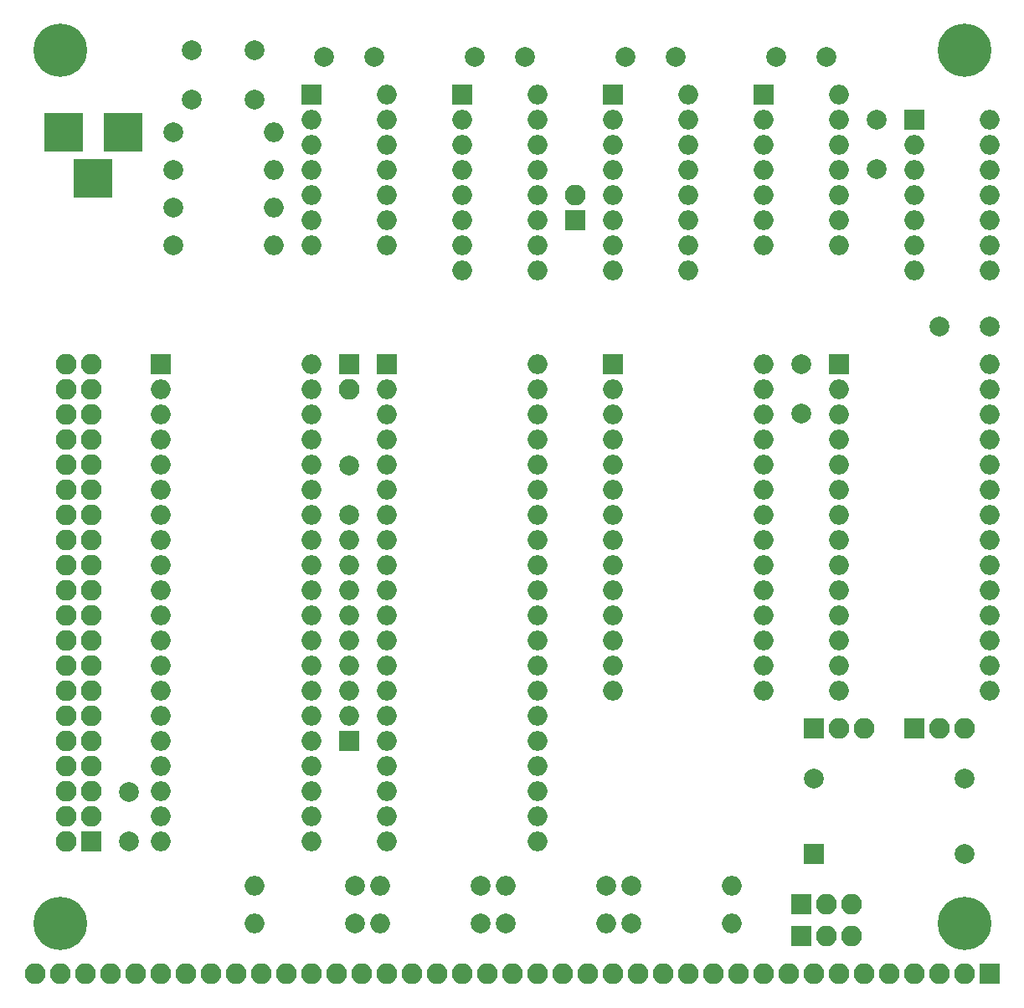
<source format=gts>
G04 #@! TF.FileFunction,Soldermask,Top*
%FSLAX46Y46*%
G04 Gerber Fmt 4.6, Leading zero omitted, Abs format (unit mm)*
G04 Created by KiCad (PCBNEW 4.0.7) date 09/08/19 13:10:50*
%MOMM*%
%LPD*%
G01*
G04 APERTURE LIST*
%ADD10C,0.100000*%
%ADD11R,2.100000X2.100000*%
%ADD12O,2.100000X2.100000*%
%ADD13R,3.900000X3.900000*%
%ADD14C,5.400000*%
%ADD15C,2.000000*%
%ADD16O,2.000000X2.000000*%
%ADD17R,2.000000X2.000000*%
G04 APERTURE END LIST*
D10*
D11*
X198120000Y-145415000D03*
D12*
X195580000Y-145415000D03*
X193040000Y-145415000D03*
X190500000Y-145415000D03*
X187960000Y-145415000D03*
X185420000Y-145415000D03*
X182880000Y-145415000D03*
X180340000Y-145415000D03*
X177800000Y-145415000D03*
X175260000Y-145415000D03*
X172720000Y-145415000D03*
X170180000Y-145415000D03*
X167640000Y-145415000D03*
X165100000Y-145415000D03*
X162560000Y-145415000D03*
X160020000Y-145415000D03*
X157480000Y-145415000D03*
X154940000Y-145415000D03*
X152400000Y-145415000D03*
X149860000Y-145415000D03*
X147320000Y-145415000D03*
X144780000Y-145415000D03*
X142240000Y-145415000D03*
X139700000Y-145415000D03*
X137160000Y-145415000D03*
X134620000Y-145415000D03*
X132080000Y-145415000D03*
X129540000Y-145415000D03*
X127000000Y-145415000D03*
X124460000Y-145415000D03*
X121920000Y-145415000D03*
X119380000Y-145415000D03*
X116840000Y-145415000D03*
X114300000Y-145415000D03*
X111760000Y-145415000D03*
X109220000Y-145415000D03*
X106680000Y-145415000D03*
X104140000Y-145415000D03*
X101600000Y-145415000D03*
D11*
X107315000Y-132080000D03*
D12*
X104775000Y-132080000D03*
X107315000Y-129540000D03*
X104775000Y-129540000D03*
X107315000Y-127000000D03*
X104775000Y-127000000D03*
X107315000Y-124460000D03*
X104775000Y-124460000D03*
X107315000Y-121920000D03*
X104775000Y-121920000D03*
X107315000Y-119380000D03*
X104775000Y-119380000D03*
X107315000Y-116840000D03*
X104775000Y-116840000D03*
X107315000Y-114300000D03*
X104775000Y-114300000D03*
X107315000Y-111760000D03*
X104775000Y-111760000D03*
X107315000Y-109220000D03*
X104775000Y-109220000D03*
X107315000Y-106680000D03*
X104775000Y-106680000D03*
X107315000Y-104140000D03*
X104775000Y-104140000D03*
X107315000Y-101600000D03*
X104775000Y-101600000D03*
X107315000Y-99060000D03*
X104775000Y-99060000D03*
X107315000Y-96520000D03*
X104775000Y-96520000D03*
X107315000Y-93980000D03*
X104775000Y-93980000D03*
X107315000Y-91440000D03*
X104775000Y-91440000D03*
X107315000Y-88900000D03*
X104775000Y-88900000D03*
X107315000Y-86360000D03*
X104775000Y-86360000D03*
X107315000Y-83820000D03*
X104775000Y-83820000D03*
D13*
X110490000Y-60325000D03*
X104490000Y-60325000D03*
X107490000Y-65025000D03*
D14*
X104140000Y-140335000D03*
X195580000Y-140335000D03*
X195580000Y-52070000D03*
X104140000Y-52070000D03*
D15*
X133350000Y-99060000D03*
X133350000Y-94060000D03*
X179070000Y-83820000D03*
X179070000Y-88820000D03*
X198120000Y-80010000D03*
X193120000Y-80010000D03*
X111125000Y-132080000D03*
X111125000Y-127080000D03*
X181610000Y-52705000D03*
X176610000Y-52705000D03*
X135890000Y-52705000D03*
X130890000Y-52705000D03*
X151130000Y-52705000D03*
X146130000Y-52705000D03*
X166370000Y-52705000D03*
X161370000Y-52705000D03*
X186690000Y-59055000D03*
X186690000Y-64055000D03*
X123825000Y-52070000D03*
X123825000Y-57070000D03*
X117475000Y-52070000D03*
X117475000Y-57070000D03*
D11*
X133350000Y-83820000D03*
D12*
X133350000Y-86360000D03*
D11*
X156210000Y-69215000D03*
D12*
X156210000Y-66675000D03*
D15*
X133985000Y-140335000D03*
D16*
X123825000Y-140335000D03*
D15*
X146685000Y-140335000D03*
D16*
X136525000Y-140335000D03*
D15*
X133985000Y-136525000D03*
D16*
X123825000Y-136525000D03*
D15*
X161925000Y-136525000D03*
D16*
X172085000Y-136525000D03*
D15*
X159385000Y-136525000D03*
D16*
X149225000Y-136525000D03*
D15*
X146685000Y-136525000D03*
D16*
X136525000Y-136525000D03*
D15*
X149225000Y-140335000D03*
D16*
X159385000Y-140335000D03*
D15*
X161925000Y-140335000D03*
D16*
X172085000Y-140335000D03*
D15*
X115570000Y-67945000D03*
D16*
X125730000Y-67945000D03*
D15*
X115570000Y-64135000D03*
D16*
X125730000Y-64135000D03*
D15*
X115570000Y-71755000D03*
D16*
X125730000Y-71755000D03*
D15*
X115570000Y-60325000D03*
D16*
X125730000Y-60325000D03*
D17*
X137160000Y-83820000D03*
D16*
X152400000Y-132080000D03*
X137160000Y-86360000D03*
X152400000Y-129540000D03*
X137160000Y-88900000D03*
X152400000Y-127000000D03*
X137160000Y-91440000D03*
X152400000Y-124460000D03*
X137160000Y-93980000D03*
X152400000Y-121920000D03*
X137160000Y-96520000D03*
X152400000Y-119380000D03*
X137160000Y-99060000D03*
X152400000Y-116840000D03*
X137160000Y-101600000D03*
X152400000Y-114300000D03*
X137160000Y-104140000D03*
X152400000Y-111760000D03*
X137160000Y-106680000D03*
X152400000Y-109220000D03*
X137160000Y-109220000D03*
X152400000Y-106680000D03*
X137160000Y-111760000D03*
X152400000Y-104140000D03*
X137160000Y-114300000D03*
X152400000Y-101600000D03*
X137160000Y-116840000D03*
X152400000Y-99060000D03*
X137160000Y-119380000D03*
X152400000Y-96520000D03*
X137160000Y-121920000D03*
X152400000Y-93980000D03*
X137160000Y-124460000D03*
X152400000Y-91440000D03*
X137160000Y-127000000D03*
X152400000Y-88900000D03*
X137160000Y-129540000D03*
X152400000Y-86360000D03*
X137160000Y-132080000D03*
X152400000Y-83820000D03*
D17*
X114300000Y-83820000D03*
D16*
X129540000Y-132080000D03*
X114300000Y-86360000D03*
X129540000Y-129540000D03*
X114300000Y-88900000D03*
X129540000Y-127000000D03*
X114300000Y-91440000D03*
X129540000Y-124460000D03*
X114300000Y-93980000D03*
X129540000Y-121920000D03*
X114300000Y-96520000D03*
X129540000Y-119380000D03*
X114300000Y-99060000D03*
X129540000Y-116840000D03*
X114300000Y-101600000D03*
X129540000Y-114300000D03*
X114300000Y-104140000D03*
X129540000Y-111760000D03*
X114300000Y-106680000D03*
X129540000Y-109220000D03*
X114300000Y-109220000D03*
X129540000Y-106680000D03*
X114300000Y-111760000D03*
X129540000Y-104140000D03*
X114300000Y-114300000D03*
X129540000Y-101600000D03*
X114300000Y-116840000D03*
X129540000Y-99060000D03*
X114300000Y-119380000D03*
X129540000Y-96520000D03*
X114300000Y-121920000D03*
X129540000Y-93980000D03*
X114300000Y-124460000D03*
X129540000Y-91440000D03*
X114300000Y-127000000D03*
X129540000Y-88900000D03*
X114300000Y-129540000D03*
X129540000Y-86360000D03*
X114300000Y-132080000D03*
X129540000Y-83820000D03*
D17*
X175260000Y-56515000D03*
D16*
X182880000Y-71755000D03*
X175260000Y-59055000D03*
X182880000Y-69215000D03*
X175260000Y-61595000D03*
X182880000Y-66675000D03*
X175260000Y-64135000D03*
X182880000Y-64135000D03*
X175260000Y-66675000D03*
X182880000Y-61595000D03*
X175260000Y-69215000D03*
X182880000Y-59055000D03*
X175260000Y-71755000D03*
X182880000Y-56515000D03*
D17*
X129540000Y-56515000D03*
D16*
X137160000Y-71755000D03*
X129540000Y-59055000D03*
X137160000Y-69215000D03*
X129540000Y-61595000D03*
X137160000Y-66675000D03*
X129540000Y-64135000D03*
X137160000Y-64135000D03*
X129540000Y-66675000D03*
X137160000Y-61595000D03*
X129540000Y-69215000D03*
X137160000Y-59055000D03*
X129540000Y-71755000D03*
X137160000Y-56515000D03*
D17*
X144780000Y-56515000D03*
D16*
X152400000Y-74295000D03*
X144780000Y-59055000D03*
X152400000Y-71755000D03*
X144780000Y-61595000D03*
X152400000Y-69215000D03*
X144780000Y-64135000D03*
X152400000Y-66675000D03*
X144780000Y-66675000D03*
X152400000Y-64135000D03*
X144780000Y-69215000D03*
X152400000Y-61595000D03*
X144780000Y-71755000D03*
X152400000Y-59055000D03*
X144780000Y-74295000D03*
X152400000Y-56515000D03*
D17*
X160020000Y-56515000D03*
D16*
X167640000Y-74295000D03*
X160020000Y-59055000D03*
X167640000Y-71755000D03*
X160020000Y-61595000D03*
X167640000Y-69215000D03*
X160020000Y-64135000D03*
X167640000Y-66675000D03*
X160020000Y-66675000D03*
X167640000Y-64135000D03*
X160020000Y-69215000D03*
X167640000Y-61595000D03*
X160020000Y-71755000D03*
X167640000Y-59055000D03*
X160020000Y-74295000D03*
X167640000Y-56515000D03*
D17*
X190500000Y-59055000D03*
D16*
X198120000Y-74295000D03*
X190500000Y-61595000D03*
X198120000Y-71755000D03*
X190500000Y-64135000D03*
X198120000Y-69215000D03*
X190500000Y-66675000D03*
X198120000Y-66675000D03*
X190500000Y-69215000D03*
X198120000Y-64135000D03*
X190500000Y-71755000D03*
X198120000Y-61595000D03*
X190500000Y-74295000D03*
X198120000Y-59055000D03*
D17*
X180340000Y-133350000D03*
D15*
X180340000Y-125730000D03*
X195580000Y-125730000D03*
X195580000Y-133350000D03*
D17*
X160020000Y-83820000D03*
D16*
X175260000Y-116840000D03*
X160020000Y-86360000D03*
X175260000Y-114300000D03*
X160020000Y-88900000D03*
X175260000Y-111760000D03*
X160020000Y-91440000D03*
X175260000Y-109220000D03*
X160020000Y-93980000D03*
X175260000Y-106680000D03*
X160020000Y-96520000D03*
X175260000Y-104140000D03*
X160020000Y-99060000D03*
X175260000Y-101600000D03*
X160020000Y-101600000D03*
X175260000Y-99060000D03*
X160020000Y-104140000D03*
X175260000Y-96520000D03*
X160020000Y-106680000D03*
X175260000Y-93980000D03*
X160020000Y-109220000D03*
X175260000Y-91440000D03*
X160020000Y-111760000D03*
X175260000Y-88900000D03*
X160020000Y-114300000D03*
X175260000Y-86360000D03*
X160020000Y-116840000D03*
X175260000Y-83820000D03*
D17*
X182880000Y-83820000D03*
D16*
X198120000Y-116840000D03*
X182880000Y-86360000D03*
X198120000Y-114300000D03*
X182880000Y-88900000D03*
X198120000Y-111760000D03*
X182880000Y-91440000D03*
X198120000Y-109220000D03*
X182880000Y-93980000D03*
X198120000Y-106680000D03*
X182880000Y-96520000D03*
X198120000Y-104140000D03*
X182880000Y-99060000D03*
X198120000Y-101600000D03*
X182880000Y-101600000D03*
X198120000Y-99060000D03*
X182880000Y-104140000D03*
X198120000Y-96520000D03*
X182880000Y-106680000D03*
X198120000Y-93980000D03*
X182880000Y-109220000D03*
X198120000Y-91440000D03*
X182880000Y-111760000D03*
X198120000Y-88900000D03*
X182880000Y-114300000D03*
X198120000Y-86360000D03*
X182880000Y-116840000D03*
X198120000Y-83820000D03*
D17*
X133350000Y-121920000D03*
D16*
X133350000Y-119380000D03*
X133350000Y-116840000D03*
X133350000Y-114300000D03*
X133350000Y-111760000D03*
X133350000Y-109220000D03*
X133350000Y-106680000D03*
X133350000Y-104140000D03*
X133350000Y-101600000D03*
D11*
X179070000Y-138430000D03*
D12*
X181610000Y-138430000D03*
X184150000Y-138430000D03*
D11*
X179070000Y-141605000D03*
D12*
X181610000Y-141605000D03*
X184150000Y-141605000D03*
D11*
X180340000Y-120650000D03*
D12*
X182880000Y-120650000D03*
X185420000Y-120650000D03*
D11*
X190500000Y-120650000D03*
D12*
X193040000Y-120650000D03*
X195580000Y-120650000D03*
M02*

</source>
